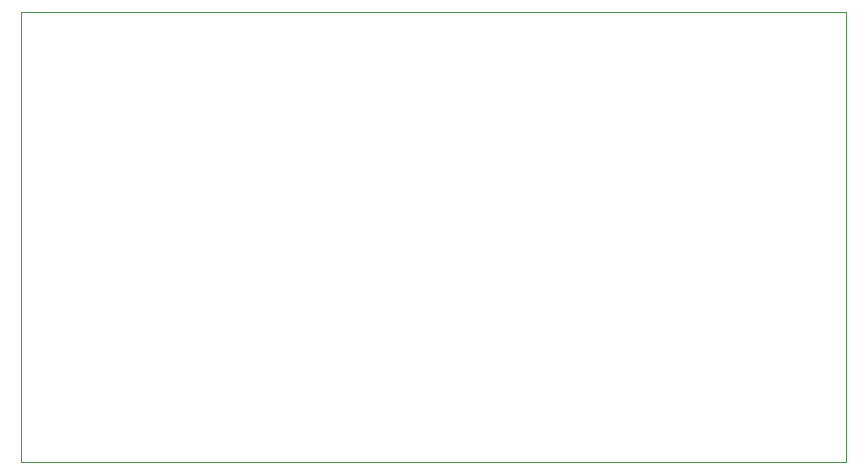
<source format=gbr>
%TF.GenerationSoftware,KiCad,Pcbnew,6.0.7-f9a2dced07~116~ubuntu20.04.1*%
%TF.CreationDate,2022-08-02T17:22:42-07:00*%
%TF.ProjectId,MicPreampTest,4d696350-7265-4616-9d70-546573742e6b,rev?*%
%TF.SameCoordinates,Original*%
%TF.FileFunction,Profile,NP*%
%FSLAX46Y46*%
G04 Gerber Fmt 4.6, Leading zero omitted, Abs format (unit mm)*
G04 Created by KiCad (PCBNEW 6.0.7-f9a2dced07~116~ubuntu20.04.1) date 2022-08-02 17:22:42*
%MOMM*%
%LPD*%
G01*
G04 APERTURE LIST*
%TA.AperFunction,Profile*%
%ADD10C,0.100000*%
%TD*%
G04 APERTURE END LIST*
D10*
X152400000Y-57150000D02*
X152400000Y-95250000D01*
X82550000Y-57150000D02*
X152400000Y-57150000D01*
X82550000Y-95250000D02*
X82550000Y-57150000D01*
X152400000Y-95250000D02*
X82550000Y-95250000D01*
M02*

</source>
